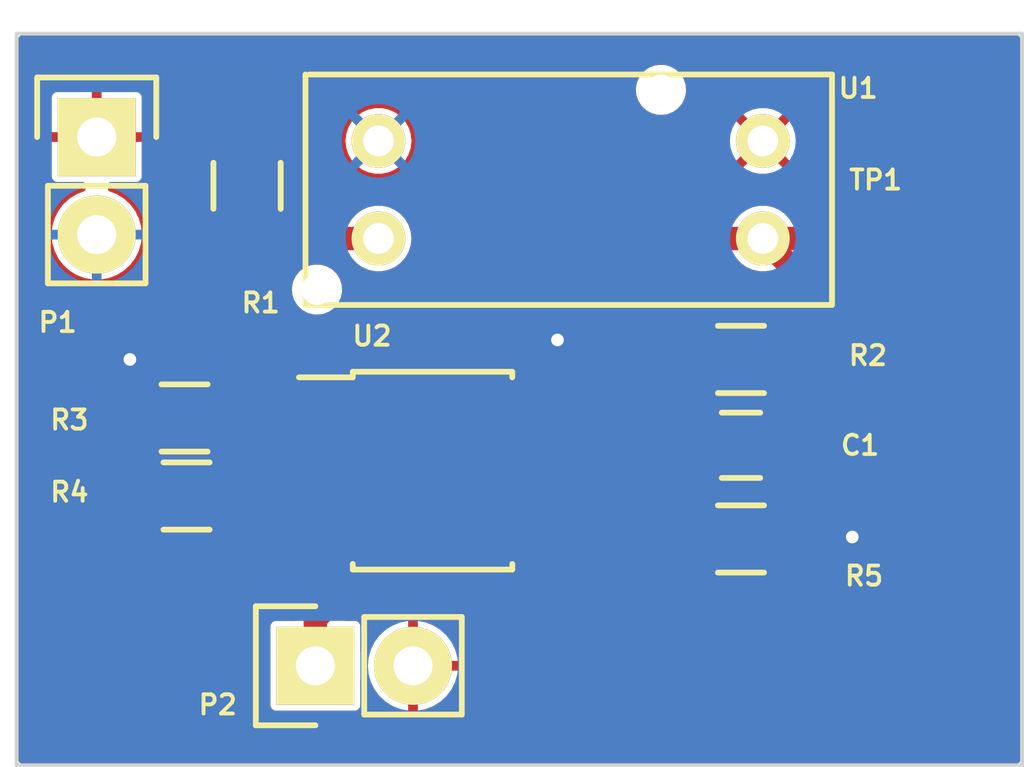
<source format=kicad_pcb>
(kicad_pcb (version 20221018) (generator pcbnew)
  (layers (0 "F.Cu" signal) (31 "B.Cu" signal) (34 "B.Paste" user) (35 "F.Paste" user) (36 "B.SilkS" user "B.Silkscreen") (37 "F.SilkS" user "F.Silkscreen") (38 "B.Mask" user) (39 "F.Mask" user) (44 "Edge.Cuts" user))
  (net 0 "")
  (net 1 "VCC")
  (net 2 "GND")
  (net 3 "Net-(P2-Pad1)")
  (net 4 "Net-(R1-Pad1)")
  (net 5 "Net-(R2-Pad2)")
  (net 6 "Net-(R3-Pad2)")
  (net 7 "Net-(U2-Pad5)")
  (footprint "Capacitors_SMD:C_0805_HandSoldering" (layer "F.Cu") (at 168.7068 94.2848)
    (fp_text reference "C1" (at 3.0988 0) (layer "F.SilkS") (effects (font (size 0.5 0.5) (thickness 0.1))))
    (fp_text value "C")
    (fp_line (start -0.5 0.85) (end 0.5 0.85) (stroke (width 0.15)) (layer "F.SilkS"))
    (fp_line (start 0.5 -0.85) (end -0.5 -0.85) (stroke (width 0.15)) (layer "F.SilkS"))
    (pad "1" smd rect (at -1.25 0) (size 1.5 1.25) (layers "F.Cu" "F.Paste" "F.Mask") (net 1 "VCC"))
    (pad "2" smd rect (at 1.25 0) (size 1.5 1.25) (layers "F.Cu" "F.Paste" "F.Mask") (net 2 "GND"))
  )
  (footprint "Pin_Headers:Pin_Header_Straight_1x02" (layer "F.Cu") (at 151.9428 86.2584)
    (fp_text reference "P1" (at -1.016 4.826) (layer "F.SilkS") (effects (font (size 0.5 0.5) (thickness 0.1))))
    (fp_text value "CONN_01X02")
    (fp_line (start -1.55 -1.55) (end 1.55 -1.55) (stroke (width 0.15)) (layer "F.SilkS"))
    (fp_line (start -1.55 0) (end -1.55 -1.55) (stroke (width 0.15)) (layer "F.SilkS"))
    (fp_line (start -1.27 1.27) (end -1.27 3.81) (stroke (width 0.15)) (layer "F.SilkS"))
    (fp_line (start -1.27 3.81) (end 1.27 3.81) (stroke (width 0.15)) (layer "F.SilkS"))
    (fp_line (start 1.27 1.27) (end -1.27 1.27) (stroke (width 0.15)) (layer "F.SilkS"))
    (fp_line (start 1.27 1.27) (end 1.27 3.81) (stroke (width 0.15)) (layer "F.SilkS"))
    (fp_line (start 1.55 -1.55) (end 1.55 0) (stroke (width 0.15)) (layer "F.SilkS"))
    (pad "1" thru_hole rect (at 0 0) (size 2.032 2.032) (drill 1.016) (layers "*.Cu" "*.Mask" "F.SilkS") (net 2 "GND"))
    (pad "2" thru_hole oval (at 0 2.54) (size 2.032 2.032) (drill 1.016) (layers "*.Cu" "*.Mask" "F.SilkS") (net 1 "VCC"))
  )
  (footprint "Pin_Headers:Pin_Header_Straight_1x02" (layer "F.Cu") (at 157.6324 100.0252 90)
    (fp_text reference "P2" (at -1.016 -2.54) (layer "F.SilkS") (effects (font (size 0.5 0.5) (thickness 0.1))))
    (fp_text value "CONN_01X02")
    (fp_line (start -1.55 -1.55) (end 1.55 -1.55) (stroke (width 0.15)) (layer "F.SilkS"))
    (fp_line (start -1.55 0) (end -1.55 -1.55) (stroke (width 0.15)) (layer "F.SilkS"))
    (fp_line (start -1.27 1.27) (end -1.27 3.81) (stroke (width 0.15)) (layer "F.SilkS"))
    (fp_line (start -1.27 3.81) (end 1.27 3.81) (stroke (width 0.15)) (layer "F.SilkS"))
    (fp_line (start 1.27 1.27) (end -1.27 1.27) (stroke (width 0.15)) (layer "F.SilkS"))
    (fp_line (start 1.27 1.27) (end 1.27 3.81) (stroke (width 0.15)) (layer "F.SilkS"))
    (fp_line (start 1.55 -1.55) (end 1.55 0) (stroke (width 0.15)) (layer "F.SilkS"))
    (pad "1" thru_hole rect (at 0 0 90) (size 2.032 2.032) (drill 1.016) (layers "*.Cu" "*.Mask" "F.SilkS") (net 3 "Net-(P2-Pad1)"))
    (pad "2" thru_hole oval (at 0 2.54 90) (size 2.032 2.032) (drill 1.016) (layers "*.Cu" "*.Mask" "F.SilkS") (net 2 "GND"))
  )
  (footprint "Resistors_SMD:R_0805_HandSoldering" (layer "F.Cu") (at 155.8544 87.5284 90)
    (fp_text reference "R1" (at -3.048 0.3556 180) (layer "F.SilkS") (effects (font (size 0.5 0.5) (thickness 0.1))))
    (fp_text value "100")
    (fp_line (start -0.6 -0.875) (end 0.6 -0.875) (stroke (width 0.15)) (layer "F.SilkS"))
    (fp_line (start 0.6 0.875) (end -0.6 0.875) (stroke (width 0.15)) (layer "F.SilkS"))
    (pad "1" smd rect (at -1.35 0 90) (size 1.5 1.3) (layers "F.Cu" "F.Paste" "F.Mask") (net 4 "Net-(R1-Pad1)"))
    (pad "2" smd rect (at 1.35 0 90) (size 1.5 1.3) (layers "F.Cu" "F.Paste" "F.Mask") (net 2 "GND"))
  )
  (footprint "Resistors_SMD:R_0805_HandSoldering" (layer "F.Cu") (at 168.7068 92.0496)
    (fp_text reference "R2" (at 3.302 -0.1016) (layer "F.SilkS") (effects (font (size 0.5 0.5) (thickness 0.1))))
    (fp_text value "1K")
    (fp_line (start -0.6 -0.875) (end 0.6 -0.875) (stroke (width 0.15)) (layer "F.SilkS"))
    (fp_line (start 0.6 0.875) (end -0.6 0.875) (stroke (width 0.15)) (layer "F.SilkS"))
    (pad "1" smd rect (at -1.35 0) (size 1.5 1.3) (layers "F.Cu" "F.Paste" "F.Mask") (net 1 "VCC"))
    (pad "2" smd rect (at 1.35 0) (size 1.5 1.3) (layers "F.Cu" "F.Paste" "F.Mask") (net 5 "Net-(R2-Pad2)"))
  )
  (footprint "Resistors_SMD:R_0805_HandSoldering" (layer "F.Cu") (at 154.2288 93.5736)
    (fp_text reference "R3" (at -2.9972 0.0508) (layer "F.SilkS") (effects (font (size 0.5 0.5) (thickness 0.1))))
    (fp_text value "1K")
    (fp_line (start -0.6 -0.875) (end 0.6 -0.875) (stroke (width 0.15)) (layer "F.SilkS"))
    (fp_line (start 0.6 0.875) (end -0.6 0.875) (stroke (width 0.15)) (layer "F.SilkS"))
    (pad "1" smd rect (at -1.35 0) (size 1.5 1.3) (layers "F.Cu" "F.Paste" "F.Mask") (net 1 "VCC"))
    (pad "2" smd rect (at 1.35 0) (size 1.5 1.3) (layers "F.Cu" "F.Paste" "F.Mask") (net 6 "Net-(R3-Pad2)"))
  )
  (footprint "Resistors_SMD:R_0805_HandSoldering" (layer "F.Cu") (at 154.2796 95.6056 180)
    (fp_text reference "R4" (at 3.048 0.1016 180) (layer "F.SilkS") (effects (font (size 0.5 0.5) (thickness 0.1))))
    (fp_text value "1K")
    (fp_line (start -0.6 -0.875) (end 0.6 -0.875) (stroke (width 0.15)) (layer "F.SilkS"))
    (fp_line (start 0.6 0.875) (end -0.6 0.875) (stroke (width 0.15)) (layer "F.SilkS"))
    (pad "1" smd rect (at -1.35 0 180) (size 1.5 1.3) (layers "F.Cu" "F.Paste" "F.Mask") (net 6 "Net-(R3-Pad2)"))
    (pad "2" smd rect (at 1.35 0 180) (size 1.5 1.3) (layers "F.Cu" "F.Paste" "F.Mask") (net 2 "GND"))
  )
  (footprint "Resistors_SMD:R_0805_HandSoldering" (layer "F.Cu") (at 168.7068 96.7232 180)
    (fp_text reference "R5" (at -3.2004 -0.9652 180) (layer "F.SilkS") (effects (font (size 0.5 0.5) (thickness 0.1))))
    (fp_text value "1K")
    (fp_line (start -0.6 -0.875) (end 0.6 -0.875) (stroke (width 0.15)) (layer "F.SilkS"))
    (fp_line (start 0.6 0.875) (end -0.6 0.875) (stroke (width 0.15)) (layer "F.SilkS"))
    (pad "1" smd rect (at -1.35 0 180) (size 1.5 1.3) (layers "F.Cu" "F.Paste" "F.Mask") (net 1 "VCC"))
    (pad "2" smd rect (at 1.35 0 180) (size 1.5 1.3) (layers "F.Cu" "F.Paste" "F.Mask") (net 3 "Net-(P2-Pad1)"))
  )
  (footprint "Measurement_Points:Measurement_Point_Round-SMD-Pad_Small" (layer "F.Cu") (at 172.466 88.9)
    (fp_text reference "TP1" (at -0.254 -1.524) (layer "F.SilkS") (effects (font (size 0.5 0.5) (thickness 0.1))))
    (fp_text value "OptoOut")
    (pad "1" smd circle (at 0 0) (size 1.524 1.524) (layers "F.Cu" "F.Paste" "F.Mask") (net 5 "Net-(R2-Pad2)"))
  )
  (footprint "Housings_SOIC:SOIC-8_3.9x4.9mm_Pitch1.27mm" (layer "F.Cu") (at 160.6804 94.9452)
    (fp_text reference "U2" (at -1.5748 -3.5052) (layer "F.SilkS") (effects (font (size 0.5 0.5) (thickness 0.1))))
    (fp_text value "LM311N")
    (fp_line (start -2.075 -2.575) (end -2.075 -2.43) (stroke (width 0.15)) (layer "F.SilkS"))
    (fp_line (start -2.075 -2.575) (end 2.075 -2.575) (stroke (width 0.15)) (layer "F.SilkS"))
    (fp_line (start -2.075 -2.43) (end -3.475 -2.43) (stroke (width 0.15)) (layer "F.SilkS"))
    (fp_line (start -2.075 2.575) (end -2.075 2.43) (stroke (width 0.15)) (layer "F.SilkS"))
    (fp_line (start -2.075 2.575) (end 2.075 2.575) (stroke (width 0.15)) (layer "F.SilkS"))
    (fp_line (start 2.075 -2.575) (end 2.075 -2.43) (stroke (width 0.15)) (layer "F.SilkS"))
    (fp_line (start 2.075 2.575) (end 2.075 2.43) (stroke (width 0.15)) (layer "F.SilkS"))
    (pad "1" smd rect (at -2.7 -1.905) (size 1.55 0.6) (layers "F.Cu" "F.Paste" "F.Mask") (net 2 "GND"))
    (pad "2" smd rect (at -2.7 -0.635) (size 1.55 0.6) (layers "F.Cu" "F.Paste" "F.Mask") (net 5 "Net-(R2-Pad2)"))
    (pad "3" smd rect (at -2.7 0.635) (size 1.55 0.6) (layers "F.Cu" "F.Paste" "F.Mask") (net 6 "Net-(R3-Pad2)"))
    (pad "4" smd rect (at -2.7 1.905) (size 1.55 0.6) (layers "F.Cu" "F.Paste" "F.Mask") (net 2 "GND"))
    (pad "5" smd rect (at 2.7 1.905) (size 1.55 0.6) (layers "F.Cu" "F.Paste" "F.Mask") (net 7 "Net-(U2-Pad5)"))
    (pad "6" smd rect (at 2.7 0.635) (size 1.55 0.6) (layers "F.Cu" "F.Paste" "F.Mask") (net 7 "Net-(U2-Pad5)"))
    (pad "7" smd rect (at 2.7 -0.635) (size 1.55 0.6) (layers "F.Cu" "F.Paste" "F.Mask") (net 3 "Net-(P2-Pad1)"))
    (pad "8" smd rect (at 2.7 -1.905) (size 1.55 0.6) (layers "F.Cu" "F.Paste" "F.Mask") (net 1 "VCC"))
  )
  (footprint "MotorEncoder:RPI-579N1" (layer "F.Cu") (at 164.2745 87.63)
    (fp_text reference "U1" (at 7.4803 -2.6416) (layer "F.SilkS") (effects (font (size 0.5 0.5) (thickness 0.1))))
    (fp_text value "RPI-579N1")
    (fp_line (start -6.9 -3) (end -6.9 3) (stroke (width 0.15)) (layer "F.SilkS"))
    (fp_line (start -6.8 -3) (end 6.8 -3) (stroke (width 0.15)) (layer "F.SilkS"))
    (fp_line (start 6.8 -3) (end 6.8 3) (stroke (width 0.15)) (layer "F.SilkS"))
    (fp_line (start 6.8 3) (end -6.8 3) (stroke (width 0.15)) (layer "F.SilkS"))
    (pad "" np_thru_hole circle (at -6.6 2.6) (size 0.8 0.8) (drill 0.8) (layers "*.Cu" "*.Mask" "F.SilkS"))
    (pad "" np_thru_hole circle (at 2.35 -2.6) (size 0.8 0.8) (drill 0.8) (layers "*.Cu" "*.Mask" "F.SilkS"))
    (pad "1" thru_hole circle (at -5 -1.27) (size 1.4 1.4) (drill 0.8) (layers "*.Cu" "*.Mask" "F.SilkS") (net 1 "VCC"))
    (pad "2" thru_hole circle (at -5 1.27) (size 1.4 1.4) (drill 0.8) (layers "*.Cu" "*.Mask" "F.SilkS") (net 4 "Net-(R1-Pad1)"))
    (pad "3" thru_hole circle (at 5 1.27) (size 1.4 1.4) (drill 0.8) (layers "*.Cu" "*.Mask" "F.SilkS") (net 5 "Net-(R2-Pad2)"))
    (pad "4" thru_hole circle (at 5 -1.27) (size 1.4 1.4) (drill 0.8) (layers "*.Cu" "*.Mask" "F.SilkS") (net 2 "GND"))
  )
  (gr_line (start 149.86 102.616) (end 176.022 102.616) (stroke (width 0.1)) (layer "Edge.Cuts"))
  (gr_line (start 149.86 83.566) (end 149.86 102.616) (stroke (width 0.1)) (layer "Edge.Cuts"))
  (gr_line (start 176.022 102.616) (end 176.022 83.566) (stroke (width 0.1)) (layer "Edge.Cuts"))
  (gr_line (start 176.022 83.566) (end 149.86 83.566) (stroke (width 0.1)) (layer "Edge.Cuts"))
  (segment (start 163.4566 92.964) (end 163.3804 93.0402) (width 0.6096) (layer "F.Cu") (net 1))
  (segment (start 164.592 92.964) (end 163.4566 92.964) (width 0.6096) (layer "F.Cu") (net 1))
  (segment (start 164.592 92.202) (end 163.9316 91.5416) (width 0.6096) (layer "F.Cu") (net 1))
  (segment (start 164.592 92.9132) (end 164.592 92.202) (width 0.6096) (layer "F.Cu") (net 1))
  (segment (start 164.9984 92.9132) (end 166.37 94.2848) (width 0.6096) (layer "F.Cu") (net 1))
  (segment (start 166.37 94.2848) (end 167.4568 94.2848) (width 0.6096) (layer "F.Cu") (net 1))
  (segment (start 165.862 92.0496) (end 164.9984 92.9132) (width 0.6096) (layer "F.Cu") (net 1))
  (segment (start 171.5516 96.7232) (end 171.6024 96.6724) (width 0.6096) (layer "F.Cu") (net 1))
  (segment (start 152.8788 92.122) (end 152.8064 92.0496) (width 0.6096) (layer "F.Cu") (net 1))
  (segment (start 152.8788 93.5736) (end 152.8788 92.122) (width 0.6096) (layer "F.Cu") (net 1))
  (segment (start 170.0568 96.7232) (end 171.5516 96.7232) (width 0.6096) (layer "F.Cu") (net 1))
  (segment (start 164.592 92.964) (end 164.592 92.9132) (width 0.6096) (layer "F.Cu") (net 1))
  (segment (start 167.3568 92.0496) (end 165.862 92.0496) (width 0.6096) (layer "F.Cu") (net 1))
  (segment (start 164.592 92.9132) (end 164.9984 92.9132) (width 0.6096) (layer "F.Cu") (net 1))
  (via (at 163.9316 91.5416) (size 0.6858) (drill 0.3302) (layers "F.Cu" "B.Cu") (net 1))
  (via (at 171.6024 96.6724) (size 0.6858) (drill 0.3302) (layers "F.Cu" "B.Cu") (net 1))
  (via (at 152.8064 92.0496) (size 0.6858) (drill 0.3302) (layers "F.Cu" "B.Cu") (net 1))
  (segment (start 157.6324 98.806) (end 158.3436 98.0948) (width 0.6096) (layer "F.Cu") (net 3))
  (segment (start 158.3436 98.0948) (end 159.3596 98.0948) (width 0.6096) (layer "F.Cu") (net 3))
  (segment (start 159.3596 98.0948) (end 161.4424 96.012) (width 0.6096) (layer "F.Cu") (net 3))
  (segment (start 161.4424 96.012) (end 161.4424 94.8944) (width 0.6096) (layer "F.Cu") (net 3))
  (segment (start 161.4424 94.8944) (end 162.0266 94.3102) (width 0.6096) (layer "F.Cu") (net 3))
  (segment (start 162.0266 94.3102) (end 163.3804 94.3102) (width 0.6096) (layer "F.Cu") (net 3))
  (segment (start 166.7256 96.7232) (end 165.354 95.3516) (width 0.6096) (layer "F.Cu") (net 3))
  (segment (start 165.354 95.3516) (end 165.354 94.8944) (width 0.6096) (layer "F.Cu") (net 3))
  (segment (start 165.354 94.8944) (end 164.7698 94.3102) (width 0.6096) (layer "F.Cu") (net 3))
  (segment (start 164.7698 94.3102) (end 163.3804 94.3102) (width 0.6096) (layer "F.Cu") (net 3))
  (segment (start 157.6324 100.0252) (end 157.6324 98.806) (width 0.6096) (layer "F.Cu") (net 3))
  (segment (start 167.3568 96.7232) (end 166.7256 96.7232) (width 0.6096) (layer "F.Cu") (net 3))
  (segment (start 155.8836 88.9) (end 159.2745 88.9) (width 0.6096) (layer "F.Cu") (net 4))
  (segment (start 163.576 88.9) (end 160.782 91.694) (width 0.6096) (layer "F.Cu") (net 5))
  (segment (start 160.782 91.694) (end 160.782 93.6752) (width 0.6096) (layer "F.Cu") (net 5))
  (segment (start 160.782 93.6752) (end 160.147 94.3102) (width 0.6096) (layer "F.Cu") (net 5))
  (segment (start 160.147 94.3102) (end 157.9804 94.3102) (width 0.6096) (layer "F.Cu") (net 5))
  (segment (start 170.0568 89.6823) (end 169.2745 88.9) (width 0.6096) (layer "F.Cu") (net 5))
  (segment (start 169.3253 88.9508) (end 169.2745 88.9) (width 0.6096) (layer "F.Cu") (net 5))
  (segment (start 170.0568 92.0496) (end 170.0568 89.6823) (width 0.6096) (layer "F.Cu") (net 5))
  (segment (start 172.466 88.9) (end 169.2745 88.9) (width 0.6096) (layer "F.Cu") (net 5))
  (segment (start 169.2745 88.9) (end 163.576 88.9) (width 0.6096) (layer "F.Cu") (net 5))
  (segment (start 157.955 95.6056) (end 157.9804 95.5802) (width 0.6096) (layer "F.Cu") (net 6))
  (segment (start 155.5788 95.5548) (end 155.6296 95.6056) (width 0.6096) (layer "F.Cu") (net 6))
  (segment (start 155.5788 93.5736) (end 155.5788 95.5548) (width 0.6096) (layer "F.Cu") (net 6))
  (segment (start 155.6296 95.6056) (end 157.955 95.6056) (width 0.6096) (layer "F.Cu") (net 6))
  (segment (start 163.3804 95.5802) (end 163.3804 96.8502) (width 0.6096) (layer "F.Cu") (net 7))
  (zone (net 2) (net_name "GND") (layer "F.Cu") (connect_pads (clearance 0.1524)) (min_thickness 0.1524) (fill yes (thermal_gap 0.254) (thermal_bridge_width 0.254))
    (polygon (pts (xy 176.022 102.616) (xy 149.86 102.616) (xy 149.86 83.566) (xy 176.022 83.566)))
  )
  (zone (net 1) (net_name "VCC") (layer "B.Cu") (connect_pads (clearance 0.1524)) (min_thickness 0.1524) (fill yes (thermal_gap 0.254) (thermal_bridge_width 0.254))
    (polygon (pts (xy 176.022 102.616) (xy 149.86 102.616) (xy 149.86 83.566) (xy 176.022 83.566)))
  )
)
</source>
